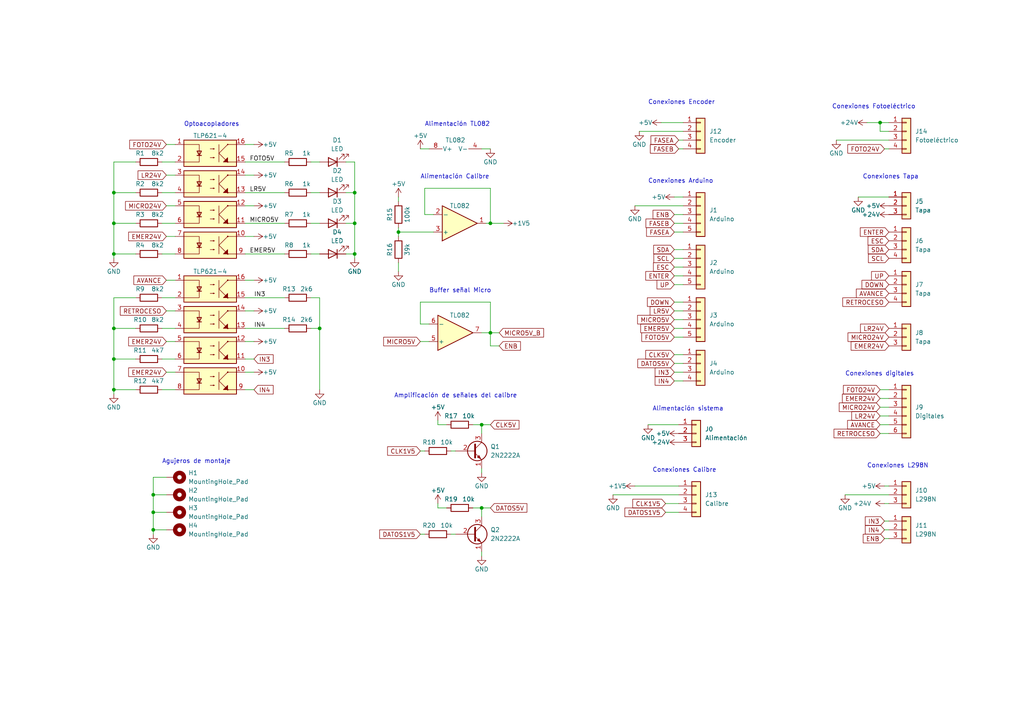
<source format=kicad_sch>
(kicad_sch (version 20211123) (generator eeschema)
  (paper "A4")
  (junction (at 255.27 35.56))
  (junction (at 33.02 64.77))
  (junction (at 102.87 73.66))
  (junction (at 44.45 153.67))
  (junction (at 102.87 55.88))
  (junction (at 102.87 64.77))
  (junction (at 139.7 123.19))
  (junction (at 139.7 147.32))
  (junction (at 33.02 95.25))
  (junction (at 33.02 113.03))
  (junction (at 44.45 143.51))
  (junction (at 33.02 55.88))
  (junction (at 92.71 95.25))
  (junction (at 44.45 148.59))
  (junction (at 115.57 67.31))
  (junction (at 142.24 96.52))
  (junction (at 142.24 64.77))
  (junction (at 33.02 73.66))
  (junction (at 33.02 104.14))
  (wire (pts (xy 124.46 93.98) (xy 121.92 93.98)))
  (wire (pts (xy 115.57 67.31) (xy 125.73 67.31)))
  (wire (pts (xy 142.24 54.61) (xy 142.24 64.77)))
  (wire (pts (xy 195.58 105.41) (xy 198.12 105.41)))
  (wire (pts (xy 248.92 57.15) (xy 257.81 57.15)))
  (wire (pts (xy 193.04 148.59) (xy 196.85 148.59)))
  (wire (pts (xy 121.92 130.81) (xy 123.19 130.81)))
  (wire (pts (xy 195.58 97.79) (xy 198.12 97.79)))
  (wire (pts (xy 256.54 153.67) (xy 257.81 153.67)))
  (wire (pts (xy 71.12 73.66) (xy 82.55 73.66)))
  (wire (pts (xy 195.58 67.31) (xy 198.12 67.31)))
  (wire (pts (xy 195.58 72.39) (xy 198.12 72.39)))
  (wire (pts (xy 139.7 123.19) (xy 142.24 123.19)))
  (wire (pts (xy 48.26 99.06) (xy 50.8 99.06)))
  (wire (pts (xy 33.02 114.3) (xy 33.02 113.03)))
  (wire (pts (xy 33.02 55.88) (xy 33.02 46.99)))
  (wire (pts (xy 48.26 50.8) (xy 50.8 50.8)))
  (wire (pts (xy 33.02 73.66) (xy 39.37 73.66)))
  (wire (pts (xy 48.26 143.51) (xy 44.45 143.51)))
  (wire (pts (xy 100.33 64.77) (xy 102.87 64.77)))
  (wire (pts (xy 195.58 87.63) (xy 198.12 87.63)))
  (wire (pts (xy 46.99 86.36) (xy 50.8 86.36)))
  (wire (pts (xy 33.02 104.14) (xy 33.02 113.03)))
  (wire (pts (xy 102.87 64.77) (xy 102.87 73.66)))
  (wire (pts (xy 48.26 68.58) (xy 50.8 68.58)))
  (wire (pts (xy 71.12 90.17) (xy 73.66 90.17)))
  (wire (pts (xy 33.02 104.14) (xy 39.37 104.14)))
  (wire (pts (xy 115.57 66.04) (xy 115.57 67.31)))
  (wire (pts (xy 256.54 43.18) (xy 257.81 43.18)))
  (wire (pts (xy 195.58 57.15) (xy 198.12 57.15)))
  (wire (pts (xy 46.99 64.77) (xy 50.8 64.77)))
  (wire (pts (xy 255.27 120.65) (xy 257.81 120.65)))
  (wire (pts (xy 255.27 113.03) (xy 257.81 113.03)))
  (wire (pts (xy 139.7 149.86) (xy 139.7 147.32)))
  (wire (pts (xy 121.92 99.06) (xy 124.46 99.06)))
  (wire (pts (xy 48.26 148.59) (xy 44.45 148.59)))
  (wire (pts (xy 71.12 86.36) (xy 82.55 86.36)))
  (wire (pts (xy 115.57 76.2) (xy 115.57 78.74)))
  (wire (pts (xy 139.7 147.32) (xy 142.24 147.32)))
  (wire (pts (xy 90.17 46.99) (xy 92.71 46.99)))
  (wire (pts (xy 195.58 107.95) (xy 198.12 107.95)))
  (wire (pts (xy 71.12 41.91) (xy 73.66 41.91)))
  (wire (pts (xy 71.12 107.95) (xy 73.66 107.95)))
  (wire (pts (xy 121.92 43.18) (xy 124.46 43.18)))
  (wire (pts (xy 44.45 148.59) (xy 44.45 153.67)))
  (wire (pts (xy 115.57 57.15) (xy 115.57 58.42)))
  (wire (pts (xy 92.71 86.36) (xy 92.71 95.25)))
  (wire (pts (xy 92.71 95.25) (xy 92.71 113.03)))
  (wire (pts (xy 177.8 143.51) (xy 196.85 143.51)))
  (wire (pts (xy 195.58 90.17) (xy 198.12 90.17)))
  (wire (pts (xy 44.45 138.43) (xy 44.45 143.51)))
  (wire (pts (xy 102.87 55.88) (xy 102.87 64.77)))
  (wire (pts (xy 100.33 55.88) (xy 102.87 55.88)))
  (wire (pts (xy 256.54 146.05) (xy 257.81 146.05)))
  (wire (pts (xy 46.99 73.66) (xy 50.8 73.66)))
  (wire (pts (xy 48.26 81.28) (xy 50.8 81.28)))
  (wire (pts (xy 127 123.19) (xy 127 121.92)))
  (wire (pts (xy 71.12 64.77) (xy 82.55 64.77)))
  (wire (pts (xy 71.12 59.69) (xy 73.66 59.69)))
  (wire (pts (xy 44.45 153.67) (xy 48.26 153.67)))
  (wire (pts (xy 129.54 147.32) (xy 127 147.32)))
  (wire (pts (xy 33.02 95.25) (xy 33.02 86.36)))
  (wire (pts (xy 187.96 123.19) (xy 196.85 123.19)))
  (wire (pts (xy 123.19 62.23) (xy 123.19 54.61)))
  (wire (pts (xy 100.33 73.66) (xy 102.87 73.66)))
  (wire (pts (xy 256.54 151.13) (xy 257.81 151.13)))
  (wire (pts (xy 144.78 100.33) (xy 142.24 100.33)))
  (wire (pts (xy 195.58 110.49) (xy 198.12 110.49)))
  (wire (pts (xy 102.87 46.99) (xy 102.87 55.88)))
  (wire (pts (xy 139.7 147.32) (xy 137.16 147.32)))
  (wire (pts (xy 139.7 135.89) (xy 139.7 137.16)))
  (wire (pts (xy 196.85 40.64) (xy 198.12 40.64)))
  (wire (pts (xy 185.42 38.1) (xy 198.12 38.1)))
  (wire (pts (xy 71.12 50.8) (xy 73.66 50.8)))
  (wire (pts (xy 195.58 74.93) (xy 198.12 74.93)))
  (wire (pts (xy 46.99 55.88) (xy 50.8 55.88)))
  (wire (pts (xy 33.02 64.77) (xy 33.02 73.66)))
  (wire (pts (xy 255.27 125.73) (xy 257.81 125.73)))
  (wire (pts (xy 115.57 67.31) (xy 115.57 68.58)))
  (wire (pts (xy 251.46 35.56) (xy 255.27 35.56)))
  (wire (pts (xy 130.81 154.94) (xy 132.08 154.94)))
  (wire (pts (xy 71.12 55.88) (xy 82.55 55.88)))
  (wire (pts (xy 139.7 125.73) (xy 139.7 123.19)))
  (wire (pts (xy 242.57 40.64) (xy 257.81 40.64)))
  (wire (pts (xy 130.81 130.81) (xy 132.08 130.81)))
  (wire (pts (xy 255.27 38.1) (xy 255.27 35.56)))
  (wire (pts (xy 255.27 35.56) (xy 257.81 35.56)))
  (wire (pts (xy 46.99 104.14) (xy 50.8 104.14)))
  (wire (pts (xy 48.26 59.69) (xy 50.8 59.69)))
  (wire (pts (xy 33.02 46.99) (xy 39.37 46.99)))
  (wire (pts (xy 71.12 99.06) (xy 73.66 99.06)))
  (wire (pts (xy 123.19 54.61) (xy 142.24 54.61)))
  (wire (pts (xy 195.58 80.01) (xy 198.12 80.01)))
  (wire (pts (xy 100.33 46.99) (xy 102.87 46.99)))
  (wire (pts (xy 33.02 95.25) (xy 39.37 95.25)))
  (wire (pts (xy 46.99 46.99) (xy 50.8 46.99)))
  (wire (pts (xy 257.81 38.1) (xy 255.27 38.1)))
  (wire (pts (xy 255.27 115.57) (xy 257.81 115.57)))
  (wire (pts (xy 195.58 82.55) (xy 198.12 82.55)))
  (wire (pts (xy 90.17 55.88) (xy 92.71 55.88)))
  (wire (pts (xy 125.73 62.23) (xy 123.19 62.23)))
  (wire (pts (xy 48.26 41.91) (xy 50.8 41.91)))
  (wire (pts (xy 256.54 140.97) (xy 257.81 140.97)))
  (wire (pts (xy 142.24 64.77) (xy 146.05 64.77)))
  (wire (pts (xy 245.11 143.51) (xy 257.81 143.51)))
  (wire (pts (xy 71.12 113.03) (xy 73.66 113.03)))
  (wire (pts (xy 33.02 113.03) (xy 39.37 113.03)))
  (wire (pts (xy 71.12 95.25) (xy 82.55 95.25)))
  (wire (pts (xy 121.92 93.98) (xy 121.92 87.63)))
  (wire (pts (xy 71.12 46.99) (xy 82.55 46.99)))
  (wire (pts (xy 48.26 90.17) (xy 50.8 90.17)))
  (wire (pts (xy 137.16 123.19) (xy 139.7 123.19)))
  (wire (pts (xy 39.37 64.77) (xy 33.02 64.77)))
  (wire (pts (xy 44.45 154.94) (xy 44.45 153.67)))
  (wire (pts (xy 48.26 107.95) (xy 50.8 107.95)))
  (wire (pts (xy 71.12 68.58) (xy 73.66 68.58)))
  (wire (pts (xy 195.58 102.87) (xy 198.12 102.87)))
  (wire (pts (xy 121.92 87.63) (xy 142.24 87.63)))
  (wire (pts (xy 129.54 123.19) (xy 127 123.19)))
  (wire (pts (xy 46.99 113.03) (xy 50.8 113.03)))
  (wire (pts (xy 71.12 104.14) (xy 73.66 104.14)))
  (wire (pts (xy 195.58 77.47) (xy 198.12 77.47)))
  (wire (pts (xy 195.58 62.23) (xy 198.12 62.23)))
  (wire (pts (xy 142.24 96.52) (xy 144.78 96.52)))
  (wire (pts (xy 195.58 95.25) (xy 198.12 95.25)))
  (wire (pts (xy 184.15 140.97) (xy 196.85 140.97)))
  (wire (pts (xy 46.99 95.25) (xy 50.8 95.25)))
  (wire (pts (xy 39.37 55.88) (xy 33.02 55.88)))
  (wire (pts (xy 255.27 123.19) (xy 257.81 123.19)))
  (wire (pts (xy 142.24 87.63) (xy 142.24 96.52)))
  (wire (pts (xy 196.85 43.18) (xy 198.12 43.18)))
  (wire (pts (xy 90.17 64.77) (xy 92.71 64.77)))
  (wire (pts (xy 71.12 81.28) (xy 73.66 81.28)))
  (wire (pts (xy 195.58 92.71) (xy 198.12 92.71)))
  (wire (pts (xy 142.24 100.33) (xy 142.24 96.52)))
  (wire (pts (xy 90.17 86.36) (xy 92.71 86.36)))
  (wire (pts (xy 255.27 118.11) (xy 257.81 118.11)))
  (wire (pts (xy 102.87 74.93) (xy 102.87 73.66)))
  (wire (pts (xy 195.58 64.77) (xy 198.12 64.77)))
  (wire (pts (xy 90.17 73.66) (xy 92.71 73.66)))
  (wire (pts (xy 121.92 154.94) (xy 123.19 154.94)))
  (wire (pts (xy 44.45 143.51) (xy 44.45 148.59)))
  (wire (pts (xy 48.26 138.43) (xy 44.45 138.43)))
  (wire (pts (xy 127 147.32) (xy 127 146.05)))
  (wire (pts (xy 142.24 64.77) (xy 140.97 64.77)))
  (wire (pts (xy 33.02 86.36) (xy 39.37 86.36)))
  (wire (pts (xy 191.77 35.56) (xy 198.12 35.56)))
  (wire (pts (xy 184.15 59.69) (xy 198.12 59.69)))
  (wire (pts (xy 139.7 160.02) (xy 139.7 161.29)))
  (wire (pts (xy 90.17 95.25) (xy 92.71 95.25)))
  (wire (pts (xy 142.24 96.52) (xy 139.7 96.52)))
  (wire (pts (xy 193.04 146.05) (xy 196.85 146.05)))
  (wire (pts (xy 33.02 74.93) (xy 33.02 73.66)))
  (wire (pts (xy 139.7 43.18) (xy 142.24 43.18)))
  (wire (pts (xy 256.54 156.21) (xy 257.81 156.21)))
  (wire (pts (xy 33.02 55.88) (xy 33.02 64.77)))
  (wire (pts (xy 33.02 95.25) (xy 33.02 104.14)))
  (text "Conexiones Fotoeléctrico" (at 241.3 31.75 0) (effects (font (size 1.27 1.27)) (justify left bottom)))
  (text "Conexiones L298N" (at 251.46 135.89 0) (effects (font (size 1.27 1.27)) (justify left bottom)))
  (text "Conexiones Tapa" (at 250.19 52.07 0) (effects (font (size 1.27 1.27)) (justify left bottom)))
  (text "Amplificación de señales del calibre" (at 114.3 115.57 0) (effects (font (size 1.27 1.27)) (justify left bottom)))
  (text "Alimentación TL082" (at 123.19 36.83 0) (effects (font (size 1.27 1.27)) (justify left bottom)))
  (text "Buffer señal Micro" (at 124.46 85.09 0) (effects (font (size 1.27 1.27)) (justify left bottom)))
  (text "Alimentación Calibre" (at 121.92 52.07 0) (effects (font (size 1.27 1.27)) (justify left bottom)))
  (text "Optoacopladores\n" (at 53.34 36.83 0) (effects (font (size 1.27 1.27)) (justify left bottom)))
  (text "Alimentación sistema" (at 189.23 119.38 0) (effects (font (size 1.27 1.27)) (justify left bottom)))
  (text "Conexiones Calibre" (at 189.23 137.16 0) (effects (font (size 1.27 1.27)) (justify left bottom)))
  (text "Conexiones digitales" (at 245.11 109.22 0) (effects (font (size 1.27 1.27)) (justify left bottom)))
  (text "Conexiones Arduino" (at 187.96 53.34 0) (effects (font (size 1.27 1.27)) (justify left bottom)))
  (text "Agujeros de montaje" (at 46.99 134.62 0) (effects (font (size 1.27 1.27)) (justify left bottom)))
  (text "Conexiones Encoder" (at 187.96 30.48 0) (effects (font (size 1.27 1.27)) (justify left bottom)))
  (label "LR5V" (at 72.39 55.88 0))
  (label "EMER5V" (at 72.39 73.66 0))
  (label "MICRO5V" (at 72.39 64.77 0))
  (label "IN4" (at 73.66 95.25 0))
  (label "FOTO5V" (at 72.39 46.99 0))
  (label "IN3" (at 73.66 86.36 0))
  (global_label "EMER24V" (shape input) (at 255.27 115.57 180) (property "Intersheet References" "${INTERSHEET_REFS}" (effects hide)))
  (global_label "ESC" (shape input) (at 195.58 77.47 180) (property "Intersheet References" "${INTERSHEET_REFS}" (effects hide)))
  (global_label "SDA" (shape input) (at 195.58 72.39 180) (property "Intersheet References" "${INTERSHEET_REFS}" (effects hide)))
  (global_label "IN4" (shape input) (at 256.54 153.67 180) (property "Intersheet References" "${INTERSHEET_REFS}" (effects hide)))
  (global_label "CLK1V5" (shape input) (at 193.04 146.05 180) (property "Intersheet References" "${INTERSHEET_REFS}" (effects hide)))
  (global_label "CLK1V5" (shape input) (at 121.92 130.81 180) (property "Intersheet References" "${INTERSHEET_REFS}" (effects hide)))
  (global_label "SCL" (shape input) (at 257.81 74.93 180) (property "Intersheet References" "${INTERSHEET_REFS}" (effects hide)))
  (global_label "IN4" (shape input) (at 73.66 113.03 0) (property "Intersheet References" "${INTERSHEET_REFS}" (effects hide)))
  (global_label "ENB" (shape input) (at 195.58 62.23 180) (property "Intersheet References" "${INTERSHEET_REFS}" (effects hide)))
  (global_label "FASEA" (shape input) (at 195.58 67.31 180) (property "Intersheet References" "${INTERSHEET_REFS}" (effects hide)))
  (global_label "RETROCESO" (shape input) (at 257.81 87.63 180) (property "Intersheet References" "${INTERSHEET_REFS}" (effects hide)))
  (global_label "LR24V" (shape input) (at 48.26 50.8 180) (property "Intersheet References" "${INTERSHEET_REFS}" (effects hide)))
  (global_label "EMER5V" (shape input) (at 195.58 95.25 180) (property "Intersheet References" "${INTERSHEET_REFS}" (effects hide)))
  (global_label "SDA" (shape input) (at 257.81 72.39 180) (property "Intersheet References" "${INTERSHEET_REFS}" (effects hide)))
  (global_label "DOWN" (shape input) (at 195.58 87.63 180) (property "Intersheet References" "${INTERSHEET_REFS}" (effects hide)))
  (global_label "IN3" (shape input) (at 256.54 151.13 180) (property "Intersheet References" "${INTERSHEET_REFS}" (effects hide)))
  (global_label "ENTER" (shape input) (at 195.58 80.01 180) (property "Intersheet References" "${INTERSHEET_REFS}" (effects hide)))
  (global_label "FASEB" (shape input) (at 195.58 64.77 180) (property "Intersheet References" "${INTERSHEET_REFS}" (effects hide)))
  (global_label "RETROCESO" (shape input) (at 255.27 125.73 180) (property "Intersheet References" "${INTERSHEET_REFS}" (effects hide)))
  (global_label "FOTO24V" (shape input) (at 48.26 41.91 180) (property "Intersheet References" "${INTERSHEET_REFS}" (effects hide)))
  (global_label "CLK5V" (shape input) (at 195.58 102.87 180) (property "Intersheet References" "${INTERSHEET_REFS}" (effects hide)))
  (global_label "LR24V" (shape input) (at 255.27 120.65 180) (property "Intersheet References" "${INTERSHEET_REFS}" (effects hide)))
  (global_label "UP" (shape input) (at 195.58 82.55 180) (property "Intersheet References" "${INTERSHEET_REFS}" (effects hide)))
  (global_label "MICRO24V" (shape input) (at 255.27 118.11 180) (property "Intersheet References" "${INTERSHEET_REFS}" (effects hide)))
  (global_label "IN4" (shape input) (at 195.58 110.49 180) (property "Intersheet References" "${INTERSHEET_REFS}" (effects hide)))
  (global_label "DATOS1V5" (shape input) (at 193.04 148.59 180) (property "Intersheet References" "${INTERSHEET_REFS}" (effects hide)))
  (global_label "ENB" (shape input) (at 144.78 100.33 0) (property "Intersheet References" "${INTERSHEET_REFS}" (effects hide)))
  (global_label "SCL" (shape input) (at 195.58 74.93 180) (property "Intersheet References" "${INTERSHEET_REFS}" (effects hide)))
  (global_label "MICRO24V" (shape input) (at 257.81 97.79 180) (property "Intersheet References" "${INTERSHEET_REFS}" (effects hide)))
  (global_label "MICRO24V" (shape input) (at 48.26 59.69 180) (property "Intersheet References" "${INTERSHEET_REFS}" (effects hide)))
  (global_label "FOTO5V" (shape input) (at 195.58 97.79 180) (property "Intersheet References" "${INTERSHEET_REFS}" (effects hide)))
  (global_label "MICRO5V_B" (shape input) (at 144.78 96.52 0) (property "Intersheet References" "${INTERSHEET_REFS}" (effects hide)))
  (global_label "ENTER" (shape input) (at 257.81 67.31 180) (property "Intersheet References" "${INTERSHEET_REFS}" (effects hide)))
  (global_label "LR24V" (shape input) (at 257.81 95.25 180) (property "Intersheet References" "${INTERSHEET_REFS}" (effects hide)))
  (global_label "LR5V" (shape input) (at 195.58 90.17 180) (property "Intersheet References" "${INTERSHEET_REFS}" (effects hide)))
  (global_label "IN3" (shape input) (at 195.58 107.95 180) (property "Intersheet References" "${INTERSHEET_REFS}" (effects hide)))
  (global_label "EMER24V" (shape input) (at 257.81 100.33 180) (property "Intersheet References" "${INTERSHEET_REFS}" (effects hide)))
  (global_label "DATOS1V5" (shape input) (at 121.92 154.94 180) (property "Intersheet References" "${INTERSHEET_REFS}" (effects hide)))
  (global_label "AVANCE" (shape input) (at 48.26 81.28 180) (property "Intersheet References" "${INTERSHEET_REFS}" (effects hide)))
  (global_label "CLK5V" (shape input) (at 142.24 123.19 0) (property "Intersheet References" "${INTERSHEET_REFS}" (effects hide)))
  (global_label "EMER24V" (shape input) (at 48.26 107.95 180) (property "Intersheet References" "${INTERSHEET_REFS}" (effects hide)))
  (global_label "MICRO5V" (shape input) (at 195.58 92.71 180) (property "Intersheet References" "${INTERSHEET_REFS}" (effects hide)))
  (global_label "AVANCE" (shape input) (at 257.81 85.09 180) (property "Intersheet References" "${INTERSHEET_REFS}" (effects hide)))
  (global_label "FASEB" (shape input) (at 196.85 43.18 180) (property "Intersheet References" "${INTERSHEET_REFS}" (effects hide)))
  (global_label "ESC" (shape input) (at 257.81 69.85 180) (property "Intersheet References" "${INTERSHEET_REFS}" (effects hide)))
  (global_label "ENB" (shape input) (at 256.54 156.21 180) (property "Intersheet References" "${INTERSHEET_REFS}" (effects hide)))
  (global_label "FOTO24V" (shape input) (at 256.54 43.18 180) (property "Intersheet References" "${INTERSHEET_REFS}" (effects hide)))
  (global_label "FOTO24V" (shape input) (at 255.27 113.03 180) (property "Intersheet References" "${INTERSHEET_REFS}" (effects hide)))
  (global_label "DATOS5V" (shape input) (at 142.24 147.32 0) (property "Intersheet References" "${INTERSHEET_REFS}" (effects hide)))
  (global_label "FASEA" (shape input) (at 196.85 40.64 180) (property "Intersheet References" "${INTERSHEET_REFS}" (effects hide)))
  (global_label "EMER24V" (shape input) (at 48.26 99.06 180) (property "Intersheet References" "${INTERSHEET_REFS}" (effects hide)))
  (global_label "UP" (shape input) (at 257.81 80.01 180) (property "Intersheet References" "${INTERSHEET_REFS}" (effects hide)))
  (global_label "DATOS5V" (shape input) (at 195.58 105.41 180) (property "Intersheet References" "${INTERSHEET_REFS}" (effects hide)))
  (global_label "RETROCESO" (shape input) (at 48.26 90.17 180) (property "Intersheet References" "${INTERSHEET_REFS}" (effects hide)))
  (global_label "EMER24V" (shape input) (at 48.26 68.58 180) (property "Intersheet References" "${INTERSHEET_REFS}" (effects hide)))
  (global_label "IN3" (shape input) (at 73.66 104.14 0) (property "Intersheet References" "${INTERSHEET_REFS}" (effects hide)))
  (global_label "DOWN" (shape input) (at 257.81 82.55 180) (property "Intersheet References" "${INTERSHEET_REFS}" (effects hide)))
  (global_label "MICRO5V" (shape input) (at 121.92 99.06 180) (property "Intersheet References" "${INTERSHEET_REFS}" (effects hide)))
  (global_label "AVANCE" (shape input) (at 255.27 123.19 180) (property "Intersheet References" "${INTERSHEET_REFS}" (effects hide)))
  (symbol (lib_id "Transistor_BJT:2N2219") (at 137.16 130.81 0) (unit 1)
    (property "Reference" "Q1" (at 142.24 129.5399 0) (effects (justify left)))
    (property "Value" "2N2222A" (at 142.24 132.0799 0) (effects (justify left)))
    (property "Footprint" "Package_TO_SOT_THT:TO-92" (effects hide))
    (property "Datasheet" "http://www.onsemi.com/pub_link/Collateral/2N2219-D.PDF" (effects hide))
  )
  (symbol (lib_id "power:+5V") (at 73.66 99.06 270) (unit 1)
    (property "Reference" "#PWR0110" (effects hide))
    (property "Value" "+5V" (at 76.2 99.06 90) (effects (justify left)))
  )
  (symbol (lib_id "Isolator:TLP627-4") (at 60.96 110.49 0) (unit 4)
    (property "Reference" "U2" (effects hide))
    (property "Value" "TLP621-4" (effects hide))
    (property "Footprint" "Package_DIP:DIP-16_W10.16mm" (effects hide))
    (property "Datasheet" "https://toshiba.semicon-storage.com/info/docget.jsp?did=16914&prodName=TLP627" (effects hide))
  )
  (symbol (lib_id "Device:R") (at 86.36 64.77 90) (unit 1)
    (property "Reference" "R7" (at 83.82 62.23 90))
    (property "Value" "1k" (at 88.9 62.23 90))
    (property "Footprint" "Resistor_THT:R_Axial_DIN0207_L6.3mm_D2.5mm_P10.16mm_Horizontal" (effects hide))
  )
  (symbol (lib_id "power:+5V") (at 196.85 125.73 90) (unit 1)
    (property "Reference" "#PWR0136" (effects hide))
    (property "Value" "+5V" (at 194.31 125.73 90) (effects (justify left)))
  )
  (symbol (lib_id "Device:R") (at 43.18 95.25 90) (unit 1)
    (property "Reference" "R10" (at 40.64 92.71 90))
    (property "Value" "8k2" (at 45.72 92.71 90))
    (property "Footprint" "Resistor_THT:R_Axial_DIN0207_L6.3mm_D2.5mm_P10.16mm_Horizontal" (effects hide))
  )
  (symbol (lib_id "Connector_Generic:Conn_01x04") (at 201.93 143.51 0) (unit 1)
    (property "Reference" "J13" (at 204.47 143.51 0) (effects (justify left)))
    (property "Value" "Calibre" (at 204.47 146.05 0) (effects (justify left)))
    (property "Footprint" "TerminalBlock_TE-Connectivity:TerminalBlock_TE_282834-4_1x04_P2.54mm_Horizontal" (effects hide))
  )
  (symbol (lib_id "Device:R") (at 43.18 55.88 90) (unit 1)
    (property "Reference" "R2" (at 40.64 53.34 90))
    (property "Value" "8k2" (at 45.72 53.34 90))
    (property "Footprint" "Resistor_THT:R_Axial_DIN0207_L6.3mm_D2.5mm_P10.16mm_Horizontal" (effects hide))
  )
  (symbol (lib_name "TLP627-4_1") (lib_id "Isolator:TLP627-4") (at 60.96 44.45 0) (unit 1)
    (property "Reference" "U1" (effects hide))
    (property "Value" "TLP621-4" (at 60.96 39.37 0))
    (property "Footprint" "Package_DIP:DIP-16_W10.16mm" (effects hide))
    (property "Datasheet" "https://toshiba.semicon-storage.com/info/docget.jsp?did=16914&prodName=TLP627" (effects hide))
  )
  (symbol (lib_id "power:+5V") (at 73.66 68.58 270) (unit 1)
    (property "Reference" "#PWR0105" (effects hide))
    (property "Value" "+5V" (at 76.2 68.58 90) (effects (justify left)))
  )
  (symbol (lib_id "Connector_Generic:Conn_01x04") (at 262.89 82.55 0) (unit 1)
    (property "Reference" "J7" (at 265.43 82.5499 0) (effects (justify left)))
    (property "Value" "Tapa" (at 265.43 85.0899 0) (effects (justify left)))
    (property "Footprint" "TerminalBlock_TE-Connectivity:TerminalBlock_TE_282834-4_1x04_P2.54mm_Horizontal" (effects hide))
  )
  (symbol (lib_name "TLP627-4_7") (lib_id "Isolator:TLP627-4") (at 60.96 101.6 0) (unit 3)
    (property "Reference" "U2" (effects hide))
    (property "Value" "TLP621-4" (effects hide))
    (property "Footprint" "Package_DIP:DIP-16_W10.16mm" (effects hide))
    (property "Datasheet" "https://toshiba.semicon-storage.com/info/docget.jsp?did=16914&prodName=TLP627" (effects hide))
  )
  (symbol (lib_id "Connector_Generic:Conn_01x04") (at 203.2 105.41 0) (unit 1)
    (property "Reference" "J4" (at 205.74 105.4099 0) (effects (justify left)))
    (property "Value" "Arduino" (at 205.74 107.9499 0) (effects (justify left)))
    (property "Footprint" "TerminalBlock_TE-Connectivity:TerminalBlock_TE_282834-4_1x04_P2.54mm_Horizontal" (effects hide))
  )
  (symbol (lib_id "Device:R") (at 43.18 73.66 90) (unit 1)
    (property "Reference" "R4" (at 40.64 71.12 90))
    (property "Value" "8k2" (at 45.72 71.12 90))
    (property "Footprint" "Resistor_THT:R_Axial_DIN0207_L6.3mm_D2.5mm_P10.16mm_Horizontal" (effects hide))
  )
  (symbol (lib_id "power:+24V") (at 251.46 35.56 90) (unit 1)
    (property "Reference" "#PWR0131" (effects hide))
    (property "Value" "+24V" (at 248.92 35.56 90) (effects (justify left)))
  )
  (symbol (lib_id "power:GND") (at 187.96 123.19 0) (unit 1)
    (property "Reference" "#PWR0137" (effects hide))
    (property "Value" "GND" (at 187.96 127 0))
  )
  (symbol (lib_id "power:GND") (at 44.45 154.94 0) (unit 1)
    (property "Reference" "#PWR0139" (effects hide))
    (property "Value" "GND" (at 44.45 158.75 0))
  )
  (symbol (lib_id "power:+5V") (at 73.66 90.17 270) (unit 1)
    (property "Reference" "#PWR0108" (effects hide))
    (property "Value" "+5V" (at 76.2 90.17 90) (effects (justify left)))
  )
  (symbol (lib_id "Device:R") (at 86.36 86.36 90) (unit 1)
    (property "Reference" "R13" (at 83.82 83.82 90))
    (property "Value" "2k6" (at 88.9 83.82 90))
    (property "Footprint" "Resistor_THT:R_Axial_DIN0207_L6.3mm_D2.5mm_P10.16mm_Horizontal" (effects hide))
  )
  (symbol (lib_id "power:GND") (at 142.24 43.18 0) (unit 1)
    (property "Reference" "#PWR0114" (effects hide))
    (property "Value" "GND" (at 142.24 46.99 0))
  )
  (symbol (lib_id "Mechanical:MountingHole_Pad") (at 50.8 148.59 270) (unit 1)
    (property "Reference" "H3" (at 54.61 147.3199 90) (effects (justify left)))
    (property "Value" "MountingHole_Pad" (at 54.61 149.8599 90) (effects (justify left)))
    (property "Footprint" "MountingHole:MountingHole_3.2mm_M3_DIN965_Pad" (effects hide))
  )
  (symbol (lib_id "Device:R") (at 86.36 55.88 90) (unit 1)
    (property "Reference" "R6" (at 83.82 53.34 90))
    (property "Value" "1k" (at 88.9 53.34 90))
    (property "Footprint" "Resistor_THT:R_Axial_DIN0207_L6.3mm_D2.5mm_P10.16mm_Horizontal" (effects hide))
  )
  (symbol (lib_id "Device:R") (at 43.18 113.03 90) (unit 1)
    (property "Reference" "R12" (at 40.64 110.49 90))
    (property "Value" "4k7" (at 45.72 110.49 90))
    (property "Footprint" "Resistor_THT:R_Axial_DIN0207_L6.3mm_D2.5mm_P10.16mm_Horizontal" (effects hide))
  )
  (symbol (lib_name "TLP627-4_3") (lib_id "Isolator:TLP627-4") (at 60.96 62.23 0) (unit 3)
    (property "Reference" "U1" (effects hide))
    (property "Value" "TLP621-4" (effects hide))
    (property "Footprint" "Package_DIP:DIP-16_W10.16mm" (effects hide))
    (property "Datasheet" "https://toshiba.semicon-storage.com/info/docget.jsp?did=16914&prodName=TLP627" (effects hide))
  )
  (symbol (lib_id "power:GND") (at 245.11 143.51 0) (unit 1)
    (property "Reference" "#PWR0124" (effects hide))
    (property "Value" "GND" (at 245.11 147.32 0))
  )
  (symbol (lib_name "TLP627-4_6") (lib_id "Isolator:TLP627-4") (at 60.96 92.71 0) (unit 2)
    (property "Reference" "U2" (effects hide))
    (property "Value" "TLP621-4" (effects hide))
    (property "Footprint" "Package_DIP:DIP-16_W10.16mm" (effects hide))
    (property "Datasheet" "https://toshiba.semicon-storage.com/info/docget.jsp?did=16914&prodName=TLP627" (effects hide))
  )
  (symbol (lib_id "power:+5V") (at 73.66 59.69 270) (unit 1)
    (property "Reference" "#PWR0104" (effects hide))
    (property "Value" "+5V" (at 76.2 59.69 90) (effects (justify left)))
  )
  (symbol (lib_id "Connector_Generic:Conn_01x04") (at 203.2 38.1 0) (unit 1)
    (property "Reference" "J12" (at 205.74 38.1 0) (effects (justify left)))
    (property "Value" "Encoder" (at 205.74 40.6399 0) (effects (justify left)))
    (property "Footprint" "TerminalBlock_TE-Connectivity:TerminalBlock_TE_282834-4_1x04_P2.54mm_Horizontal" (effects hide))
  )
  (symbol (lib_name "TLP627-4_2") (lib_id "Isolator:TLP627-4") (at 60.96 53.34 0) (unit 2)
    (property "Reference" "U1" (effects hide))
    (property "Value" "TLP621-4" (effects hide))
    (property "Footprint" "Package_DIP:DIP-16_W10.16mm" (effects hide))
    (property "Datasheet" "https://toshiba.semicon-storage.com/info/docget.jsp?did=16914&prodName=TLP627" (effects hide))
  )
  (symbol (lib_id "power:+5V") (at 73.66 50.8 270) (unit 1)
    (property "Reference" "#PWR0103" (effects hide))
    (property "Value" "+5V" (at 76.2 50.8 90) (effects (justify left)))
  )
  (symbol (lib_id "power:GND") (at 184.15 59.69 0) (unit 1)
    (property "Reference" "#PWR0123" (effects hide))
    (property "Value" "GND" (at 184.15 63.5 0))
  )
  (symbol (lib_id "Connector_Generic:Conn_01x05") (at 203.2 92.71 0) (unit 1)
    (property "Reference" "J3" (at 205.74 91.4399 0) (effects (justify left)))
    (property "Value" "Arduino" (at 205.74 93.9799 0) (effects (justify left)))
    (property "Footprint" "TerminalBlock_TE-Connectivity:TerminalBlock_TE_282834-5_1x05_P2.54mm_Horizontal" (effects hide))
  )
  (symbol (lib_id "Connector_Generic:Conn_01x06") (at 262.89 118.11 0) (unit 1)
    (property "Reference" "J9" (at 265.43 118.11 0) (effects (justify left)))
    (property "Value" "Digitales" (at 265.43 120.6499 0) (effects (justify left)))
    (property "Footprint" "TerminalBlock_TE-Connectivity:TerminalBlock_TE_282834-6_1x06_P2.54mm_Horizontal" (effects hide))
  )
  (symbol (lib_id "Amplifier_Operational:TL082") (at 132.08 40.64 90) (unit 3)
    (property "Reference" "U3" (effects hide))
    (property "Value" "TL082" (at 132.08 40.64 90))
    (property "Footprint" "Package_DIP:DIP-8_W7.62mm" (effects hide))
    (property "Datasheet" "http://www.ti.com/lit/ds/symlink/tl081.pdf" (effects hide))
  )
  (symbol (lib_id "power:GND") (at 102.87 74.93 0) (unit 1)
    (property "Reference" "#PWR0106" (effects hide))
    (property "Value" "GND" (at 102.87 78.74 0))
  )
  (symbol (lib_id "Amplifier_Operational:TL082") (at 133.35 64.77 0) (mirror x) (unit 1)
    (property "Reference" "U3" (effects hide))
    (property "Value" "TL082" (at 133.35 59.69 0))
    (property "Footprint" "Package_DIP:DIP-8_W7.62mm" (effects hide))
    (property "Datasheet" "http://www.ti.com/lit/ds/symlink/tl081.pdf" (effects hide))
  )
  (symbol (lib_id "power:GND") (at 115.57 78.74 0) (unit 1)
    (property "Reference" "#PWR0117" (effects hide))
    (property "Value" "GND" (at 115.57 82.55 0))
  )
  (symbol (lib_id "power:GND") (at 92.71 113.03 0) (unit 1)
    (property "Reference" "#PWR0112" (effects hide))
    (property "Value" "GND" (at 92.71 116.84 0))
  )
  (symbol (lib_id "power:GND") (at 33.02 74.93 0) (unit 1)
    (property "Reference" "#PWR0101" (effects hide))
    (property "Value" "GND" (at 33.02 78.74 0))
  )
  (symbol (lib_id "Connector_Generic:Conn_01x03") (at 201.93 125.73 0) (unit 1)
    (property "Reference" "J0" (at 204.47 124.4599 0) (effects (justify left)))
    (property "Value" "Alimentación" (at 204.47 126.9999 0) (effects (justify left)))
    (property "Footprint" "TerminalBlock:TerminalBlock_bornier-3_P5.08mm" (effects hide))
  )
  (symbol (lib_id "power:+5V") (at 195.58 57.15 90) (unit 1)
    (property "Reference" "#PWR0122" (effects hide))
    (property "Value" "+5V" (at 193.04 57.15 90) (effects (justify left)))
  )
  (symbol (lib_id "Connector_Generic:Conn_01x03") (at 262.89 59.69 0) (unit 1)
    (property "Reference" "J5" (at 265.43 58.4199 0) (effects (justify left)))
    (property "Value" "Tapa" (at 265.43 60.9599 0) (effects (justify left)))
    (property "Footprint" "TerminalBlock_TE-Connectivity:TerminalBlock_TE_282834-3_1x03_P2.54mm_Horizontal" (effects hide))
  )
  (symbol (lib_id "power:+1V5") (at 146.05 64.77 270) (unit 1)
    (property "Reference" "#PWR0115" (effects hide))
    (property "Value" "+1V5" (at 151.13 64.77 90))
  )
  (symbol (lib_name "TLP627-4_5") (lib_id "Isolator:TLP627-4") (at 60.96 83.82 0) (unit 1)
    (property "Reference" "U2" (effects hide))
    (property "Value" "TLP621-4" (at 60.96 78.74 0))
    (property "Footprint" "Package_DIP:DIP-16_W10.16mm" (effects hide))
    (property "Datasheet" "https://toshiba.semicon-storage.com/info/docget.jsp?did=16914&prodName=TLP627" (effects hide))
  )
  (symbol (lib_id "Connector_Generic:Conn_01x05") (at 203.2 77.47 0) (unit 1)
    (property "Reference" "J2" (at 205.74 76.1999 0) (effects (justify left)))
    (property "Value" "Arduino" (at 205.74 78.7399 0) (effects (justify left)))
    (property "Footprint" "TerminalBlock_TE-Connectivity:TerminalBlock_TE_282834-5_1x05_P2.54mm_Horizontal" (effects hide))
  )
  (symbol (lib_id "Device:LED") (at 96.52 46.99 180) (unit 1)
    (property "Reference" "D1" (at 97.79 40.64 0))
    (property "Value" "LED" (at 97.79 43.18 0))
    (property "Footprint" "LED_THT:LED_D3.0mm" (effects hide))
  )
  (symbol (lib_id "power:+5V") (at 115.57 57.15 0) (unit 1)
    (property "Reference" "#PWR0116" (effects hide))
    (property "Value" "+5V" (at 115.57 53.34 0))
  )
  (symbol (lib_id "power:+5V") (at 73.66 41.91 270) (unit 1)
    (property "Reference" "#PWR0102" (effects hide))
    (property "Value" "+5V" (at 76.2 41.91 90) (effects (justify left)))
  )
  (symbol (lib_id "Connector_Generic:Conn_01x03") (at 262.89 97.79 0) (unit 1)
    (property "Reference" "J8" (at 265.43 96.5199 0) (effects (justify left)))
    (property "Value" "Tapa" (at 265.43 99.0599 0) (effects (justify left)))
    (property "Footprint" "TerminalBlock_TE-Connectivity:TerminalBlock_TE_282834-3_1x03_P2.54mm_Horizontal" (effects hide))
  )
  (symbol (lib_id "power:+1V5") (at 184.15 140.97 90) (unit 1)
    (property "Reference" "#PWR0125" (effects hide))
    (property "Value" "+1V5" (at 179.07 140.97 90))
  )
  (symbol (lib_id "power:+5V") (at 127 121.92 0) (unit 1)
    (property "Reference" "#PWR0121" (effects hide))
    (property "Value" "+5V" (at 127 118.11 0))
  )
  (symbol (lib_id "Connector_Generic:Conn_01x03") (at 262.89 143.51 0) (unit 1)
    (property "Reference" "J10" (at 265.43 142.2399 0) (effects (justify left)))
    (property "Value" "L298N" (at 265.43 144.7799 0) (effects (justify left)))
    (property "Footprint" "TerminalBlock:TerminalBlock_bornier-3_P5.08mm" (effects hide))
  )
  (symbol (lib_id "Connector_Generic:Conn_01x05") (at 203.2 62.23 0) (unit 1)
    (property "Reference" "J1" (at 205.74 60.9599 0) (effects (justify left)))
    (property "Value" "Arduino" (at 205.74 63.4999 0) (effects (justify left)))
    (property "Footprint" "TerminalBlock_TE-Connectivity:TerminalBlock_TE_282834-5_1x05_P2.54mm_Horizontal" (effects hide))
  )
  (symbol (lib_id "Connector_Generic:Conn_01x03") (at 262.89 153.67 0) (unit 1)
    (property "Reference" "J11" (at 265.43 152.3999 0) (effects (justify left)))
    (property "Value" "L298N" (at 265.43 154.9399 0) (effects (justify left)))
    (property "Footprint" "TerminalBlock_TE-Connectivity:TerminalBlock_TE_282834-3_1x03_P2.54mm_Horizontal" (effects hide))
  )
  (symbol (lib_id "power:+5V") (at 73.66 107.95 270) (unit 1)
    (property "Reference" "#PWR0111" (effects hide))
    (property "Value" "+5V" (at 76.2 107.95 90) (effects (justify left)))
  )
  (symbol (lib_id "Device:R") (at 86.36 95.25 90) (unit 1)
    (property "Reference" "R14" (at 83.82 92.71 90))
    (property "Value" "2k6" (at 88.9 92.71 90))
    (property "Footprint" "Resistor_THT:R_Axial_DIN0207_L6.3mm_D2.5mm_P10.16mm_Horizontal" (effects hide))
  )
  (symbol (lib_id "Device:LED") (at 96.52 64.77 180) (unit 1)
    (property "Reference" "D3" (at 97.79 58.42 0))
    (property "Value" "LED" (at 97.79 60.96 0))
    (property "Footprint" "LED_THT:LED_D3.0mm" (effects hide))
  )
  (symbol (lib_id "Device:LED") (at 96.52 73.66 180) (unit 1)
    (property "Reference" "D4" (at 97.79 67.31 0))
    (property "Value" "LED" (at 97.79 69.85 0))
    (property "Footprint" "LED_THT:LED_D3.0mm" (effects hide))
  )
  (symbol (lib_id "Connector_Generic:Conn_01x04") (at 262.89 69.85 0) (unit 1)
    (property "Reference" "J6" (at 265.43 69.8499 0) (effects (justify left)))
    (property "Value" "Tapa" (at 265.43 72.3899 0) (effects (justify left)))
    (property "Footprint" "TerminalBlock_TE-Connectivity:TerminalBlock_TE_282834-4_1x04_P2.54mm_Horizontal" (effects hide))
  )
  (symbol (lib_id "power:GND") (at 242.57 40.64 0) (unit 1)
    (property "Reference" "#PWR0132" (effects hide))
    (property "Value" "GND" (at 242.57 44.45 0))
  )
  (symbol (lib_id "power:GND") (at 33.02 114.3 0) (unit 1)
    (property "Reference" "#PWR0107" (effects hide))
    (property "Value" "GND" (at 33.02 118.11 0))
  )
  (symbol (lib_id "power:GND") (at 177.8 143.51 0) (unit 1)
    (property "Reference" "#PWR0126" (effects hide))
    (property "Value" "GND" (at 177.8 147.32 0))
  )
  (symbol (lib_id "Device:R") (at 43.18 86.36 90) (unit 1)
    (property "Reference" "R9" (at 40.64 83.82 90))
    (property "Value" "8k2" (at 45.72 83.82 90))
    (property "Footprint" "Resistor_THT:R_Axial_DIN0207_L6.3mm_D2.5mm_P10.16mm_Horizontal" (effects hide))
  )
  (symbol (lib_id "Connector_Generic:Conn_01x04") (at 262.89 38.1 0) (unit 1)
    (property "Reference" "J14" (at 265.43 38.1 0) (effects (justify left)))
    (property "Value" "Fotoeléctrico" (at 265.43 40.64 0) (effects (justify left)))
    (property "Footprint" "TerminalBlock_TE-Connectivity:TerminalBlock_TE_282834-4_1x04_P2.54mm_Horizontal" (effects hide))
  )
  (symbol (lib_id "Device:R") (at 133.35 123.19 90) (unit 1)
    (property "Reference" "R17" (at 130.81 120.65 90))
    (property "Value" "10k" (at 135.89 120.65 90))
    (property "Footprint" "Resistor_THT:R_Axial_DIN0207_L6.3mm_D2.5mm_P10.16mm_Horizontal" (effects hide))
  )
  (symbol (lib_id "Device:R") (at 43.18 104.14 90) (unit 1)
    (property "Reference" "R11" (at 40.64 101.6 90))
    (property "Value" "4k7" (at 45.72 101.6 90))
    (property "Footprint" "Resistor_THT:R_Axial_DIN0207_L6.3mm_D2.5mm_P10.16mm_Horizontal" (effects hide))
  )
  (symbol (lib_id "power:+5V") (at 191.77 35.56 90) (unit 1)
    (property "Reference" "#PWR0127" (effects hide))
    (property "Value" "+5V" (at 189.23 35.56 90) (effects (justify left)))
  )
  (symbol (lib_id "Device:R") (at 86.36 46.99 90) (unit 1)
    (property "Reference" "R5" (at 83.82 44.45 90))
    (property "Value" "1k" (at 88.9 44.45 90))
    (property "Footprint" "Resistor_THT:R_Axial_DIN0207_L6.3mm_D2.5mm_P10.16mm_Horizontal" (effects hide))
  )
  (symbol (lib_id "Device:R") (at 115.57 72.39 180) (unit 1)
    (property "Reference" "R16" (at 113.03 72.39 90))
    (property "Value" "39k" (at 118.11 72.39 90))
    (property "Footprint" "Resistor_THT:R_Axial_DIN0207_L6.3mm_D2.5mm_P10.16mm_Horizontal" (effects hide))
  )
  (symbol (lib_id "power:+5V") (at 127 146.05 0) (unit 1)
    (property "Reference" "#PWR0120" (effects hide))
    (property "Value" "+5V" (at 127 142.24 0))
  )
  (symbol (lib_id "Device:R") (at 115.57 62.23 180) (unit 1)
    (property "Reference" "R15" (at 113.03 62.23 90))
    (property "Value" "100k" (at 118.11 62.23 90))
    (property "Footprint" "Resistor_THT:R_Axial_DIN0207_L6.3mm_D2.5mm_P10.16mm_Horizontal" (effects hide))
  )
  (symbol (lib_id "Mechanical:MountingHole_Pad") (at 50.8 153.67 270) (unit 1)
    (property "Reference" "H4" (at 54.61 152.3999 90) (effects (justify left)))
    (property "Value" "MountingHole_Pad" (at 54.61 154.9399 90) (effects (justify left)))
    (property "Footprint" "MountingHole:MountingHole_3.2mm_M3_DIN965_Pad" (effects hide))
  )
  (symbol (lib_id "power:GND") (at 139.7 161.29 0) (unit 1)
    (property "Reference" "#PWR0118" (effects hide))
    (property "Value" "GND" (at 139.7 165.1 0))
  )
  (symbol (lib_id "Device:R") (at 133.35 147.32 90) (unit 1)
    (property "Reference" "R19" (at 130.81 144.78 90))
    (property "Value" "10k" (at 135.89 144.78 90))
    (property "Footprint" "Resistor_THT:R_Axial_DIN0207_L6.3mm_D2.5mm_P10.16mm_Horizontal" (effects hide))
  )
  (symbol (lib_name "TLP627-4_4") (lib_id "Isolator:TLP627-4") (at 60.96 71.12 0) (unit 4)
    (property "Reference" "U1" (effects hide))
    (property "Value" "TLP621-4" (effects hide))
    (property "Footprint" "Package_DIP:DIP-16_W10.16mm" (effects hide))
    (property "Datasheet" "https://toshiba.semicon-storage.com/info/docget.jsp?did=16914&prodName=TLP627" (effects hide))
  )
  (symbol (lib_id "power:+5V") (at 121.92 43.18 0) (unit 1)
    (property "Reference" "#PWR0113" (effects hide))
    (property "Value" "+5V" (at 121.92 39.37 0))
  )
  (symbol (lib_id "Mechanical:MountingHole_Pad") (at 50.8 138.43 270) (unit 1)
    (property "Reference" "H1" (at 54.61 137.1599 90) (effects (justify left)))
    (property "Value" "MountingHole_Pad" (at 54.61 139.6999 90) (effects (justify left)))
    (property "Footprint" "MountingHole:MountingHole_3.2mm_M3_DIN965_Pad" (effects hide))
  )
  (symbol (lib_id "power:+5V") (at 73.66 81.28 270) (unit 1)
    (property "Reference" "#PWR0109" (effects hide))
    (property "Value" "+5V" (at 76.2 81.28 90) (effects (justify left)))
  )
  (symbol (lib_id "Transistor_BJT:2N2219") (at 137.16 154.94 0) (unit 1)
    (property "Reference" "Q2" (at 142.24 153.6699 0) (effects (justify left)))
    (property "Value" "2N2222A" (at 142.24 156.2099 0) (effects (justify left)))
    (property "Footprint" "Package_TO_SOT_THT:TO-92" (effects hide))
    (property "Datasheet" "http://www.onsemi.com/pub_link/Collateral/2N2219-D.PDF" (effects hide))
  )
  (symbol (lib_id "Mechanical:MountingHole_Pad") (at 50.8 143.51 270) (unit 1)
    (property "Reference" "H2" (at 54.61 142.2399 90) (effects (justify left)))
    (property "Value" "MountingHole_Pad" (at 54.61 144.7799 90) (effects (justify left)))
    (property "Footprint" "MountingHole:MountingHole_3.2mm_M3_DIN965_Pad" (effects hide))
  )
  (symbol (lib_id "power:GND") (at 248.92 57.15 0) (unit 1)
    (property "Reference" "#PWR0134" (effects hide))
    (property "Value" "GND" (at 248.92 60.96 0))
  )
  (symbol (lib_id "Device:R") (at 43.18 46.99 90) (unit 1)
    (property "Reference" "R1" (at 40.64 44.45 90))
    (property "Value" "8k2" (at 45.72 44.45 90))
    (property "Footprint" "Resistor_THT:R_Axial_DIN0207_L6.3mm_D2.5mm_P10.16mm_Horizontal" (effects hide))
  )
  (symbol (lib_id "Device:R") (at 127 130.81 90) (unit 1)
    (property "Reference" "R18" (at 124.46 128.27 90))
    (property "Value" "10k" (at 129.54 128.27 90))
    (property "Footprint" "Resistor_THT:R_Axial_DIN0207_L6.3mm_D2.5mm_P10.16mm_Horizontal" (effects hide))
  )
  (symbol (lib_id "power:+24V") (at 257.81 62.23 90) (unit 1)
    (property "Reference" "#PWR0133" (effects hide))
    (property "Value" "+24V" (at 255.27 62.23 90) (effects (justify left)))
  )
  (symbol (lib_id "power:+24V") (at 256.54 146.05 90) (unit 1)
    (property "Reference" "#PWR0130" (effects hide))
    (property "Value" "+24V" (at 252.73 146.0499 90) (effects (justify left)))
  )
  (symbol (lib_id "power:+5V") (at 256.54 140.97 90) (unit 1)
    (property "Reference" "#PWR0128" (effects hide))
    (property "Value" "+5V" (at 254 140.97 90) (effects (justify left)))
  )
  (symbol (lib_id "power:+5V") (at 257.81 59.69 90) (unit 1)
    (property "Reference" "#PWR0135" (effects hide))
    (property "Value" "+5V" (at 255.27 59.69 90) (effects (justify left)))
  )
  (symbol (lib_id "Device:R") (at 86.36 73.66 90) (unit 1)
    (property "Reference" "R8" (at 83.82 71.12 90))
    (property "Value" "1k" (at 88.9 71.12 90))
    (property "Footprint" "Resistor_THT:R_Axial_DIN0207_L6.3mm_D2.5mm_P10.16mm_Horizontal" (effects hide))
  )
  (symbol (lib_id "power:+24V") (at 196.85 128.27 90) (unit 1)
    (property "Reference" "#PWR0138" (effects hide))
    (property "Value" "+24V" (at 194.31 128.27 90) (effects (justify left)))
  )
  (symbol (lib_id "power:GND") (at 185.42 38.1 0) (unit 1)
    (property "Reference" "#PWR0129" (effects hide))
    (property "Value" "GND" (at 185.42 41.91 0))
  )
  (symbol (lib_id "Amplifier_Operational:TL082") (at 132.08 96.52 0) (mirror x) (unit 2)
    (property "Reference" "U3" (effects hide))
    (property "Value" "TL082" (at 133.35 91.44 0))
    (property "Footprint" "Package_DIP:DIP-8_W7.62mm" (effects hide))
    (property "Datasheet" "http://www.ti.com/lit/ds/symlink/tl081.pdf" (effects hide))
  )
  (symbol (lib_id "Device:LED") (at 96.52 55.88 180) (unit 1)
    (property "Reference" "D2" (at 97.79 49.53 0))
    (property "Value" "LED" (at 97.79 52.07 0))
    (property "Footprint" "LED_THT:LED_D3.0mm" (effects hide))
  )
  (symbol (lib_id "Device:R") (at 43.18 64.77 90) (unit 1)
    (property "Reference" "R3" (at 40.64 62.23 90))
    (property "Value" "8k2" (at 45.72 62.23 90))
    (property "Footprint" "Resistor_THT:R_Axial_DIN0207_L6.3mm_D2.5mm_P10.16mm_Horizontal" (effects hide))
  )
  (symbol (lib_id "power:GND") (at 139.7 137.16 0) (unit 1)
    (property "Reference" "#PWR0119" (effects hide))
    (property "Value" "GND" (at 139.7 140.97 0))
  )
  (symbol (lib_id "Device:R") (at 127 154.94 90) (unit 1)
    (property "Reference" "R20" (at 124.46 152.4 90))
    (property "Value" "10k" (at 129.54 152.4 90))
    (property "Footprint" "Resistor_THT:R_Axial_DIN0207_L6.3mm_D2.5mm_P10.16mm_Horizontal" (effects hide))
  )
)
</source>
